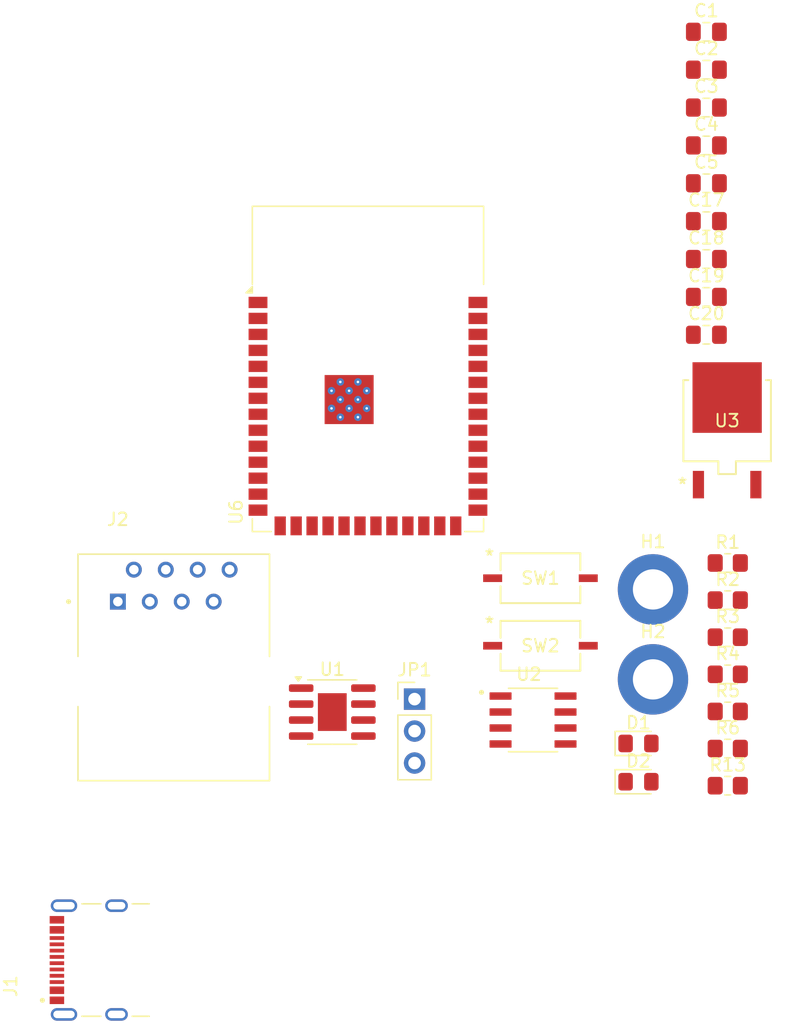
<source format=kicad_pcb>
(kicad_pcb (version 20240108) (generator "pcbnew") (generator_version "8.0")
  (layers (0 "F.Cu" signal) (1 "In1.Cu" signal) (2 "In2.Cu" signal) (31 "B.Cu" signal) (34 "B.Paste" user) (35 "F.Paste" user) (36 "B.SilkS" user "B.Silkscreen") (37 "F.SilkS" user "F.Silkscreen") (38 "B.Mask" user) (39 "F.Mask" user) (44 "Edge.Cuts" user))
  (net 0 "")
  (net 1 "GND")
  (net 2 "EN_PB")
  (net 3 "GPIO_0")
  (net 4 "+3.3V")
  (net 5 "Net-(JP1-C)")
  (net 6 "Net-(C20-Pad2)")
  (net 7 "Net-(D1-A)")
  (net 8 "Net-(D2-A)")
  (net 9 "+5V")
  (net 10 "USB_N")
  (net 11 "USB_P")
  (net 13 "Net-(J1-CC2)")
  (net 14 "Net-(J1-CC1)")
  (net 16 "CANH")
  (net 20 "+24V_Logic")
  (net 22 "CANL")
  (net 23 "LED_BUILDIN")
  (net 26 "RXC")
  (net 27 "TXC")
  (net 32 "ENC_QUAD_B")
  (net 33 "J2_IN_2")
  (net 35 "LED_G")
  (net 37 "J2_EN_1")
  (net 39 "ENC_QUAD_A")
  (net 50 "LED_B")
  (net 53 "J2_IN_1")
  (net 55 "LED_R")
  (net 56 "J2_EN_2")
  (footprint "Capacitor_SMD:C_0805_2012Metric_Pad1.18x1.45mm_HandSolder" (layer "F.Cu") (at 69.3 30.11)
    (property "Reference" "C4" (at 0 -1.68 0) (layer "F.SilkS"))
    (property "Value" "100nF")
    (fp_line (start -0.261252 -0.735) (end 0.261252 -0.735) (stroke (width 0.12)) (layer "F.SilkS"))
    (fp_line (start -0.261252 0.735) (end 0.261252 0.735) (stroke (width 0.12)) (layer "F.SilkS"))
    (pad "1" smd roundrect (at -1.0375 0) (size 1.175 1.45) (layers "F.Cu" "F.Paste" "F.Mask") (roundrect_rratio 0.212766) (net 4 "+3.3V"))
    (pad "2" smd roundrect (at 1.0375 0) (size 1.175 1.45) (layers "F.Cu" "F.Paste" "F.Mask") (roundrect_rratio 0.212766) (net 1 "GND"))
  )
  (footprint "RF_Module:ESP32-S3-WROOM-1" (layer "F.Cu") (at 42.37 47.85)
    (property "Reference" "U6" (at -10.5 11.4 90) (layer "F.SilkS"))
    (property "Value" "ESP32-S3-WROOM-1")
    (fp_line (start -9.2 -12.9) (end -9.2 -6.7) (stroke (width 0.12)) (layer "F.SilkS"))
    (fp_line (start -9.2 -12.9) (end 9.2 -12.9) (stroke (width 0.12)) (layer "F.SilkS"))
    (fp_line (start -9.2 11.95) (end -9.2 12.95) (stroke (width 0.12)) (layer "F.SilkS"))
    (fp_line (start -9.2 12.95) (end -7.7 12.95) (stroke (width 0.12)) (layer "F.SilkS"))
    (fp_line (start 9.2 -12.9) (end 9.2 -6.7) (stroke (width 0.12)) (layer "F.SilkS"))
    (fp_line (start 9.2 12.95) (end 7.7 12.95) (stroke (width 0.12)) (layer "F.SilkS"))
    (fp_line (start 9.2 12.95) (end 9.2 11.95) (stroke (width 0.12)) (layer "F.SilkS"))
    (fp_poly (pts (xy -9.2 -6.025) (xy -9.7 -6.025) (xy -9.2 -6.525) (xy -9.2 -6.025)) (stroke (width 0.12)) (fill solid) (layer "F.SilkS"))
    (pad "1" smd rect (at -8.75 -5.26) (size 1.5 0.9) (layers "F.Cu" "F.Paste" "F.Mask") (net 1 "GND"))
    (pad "2" smd rect (at -8.75 -3.99) (size 1.5 0.9) (layers "F.Cu" "F.Paste" "F.Mask") (net 4 "+3.3V"))
    (pad "3" smd rect (at -8.75 -2.72) (size 1.5 0.9) (layers "F.Cu" "F.Paste" "F.Mask") (net 2 "EN_PB"))
    (pad "4" smd rect (at -8.75 -1.45) (size 1.5 0.9) (layers "F.Cu" "F.Paste" "F.Mask"))
    (pad "5" smd rect (at -8.75 -0.18) (size 1.5 0.9) (layers "F.Cu" "F.Paste" "F.Mask"))
    (pad "6" smd rect (at -8.75 1.09) (size 1.5 0.9) (layers "F.Cu" "F.Paste" "F.Mask"))
    (pad "7" smd rect (at -8.75 2.36) (size 1.5 0.9) (layers "F.Cu" "F.Paste" "F.Mask"))
    (pad "8" smd rect (at -8.75 3.63) (size 1.5 0.9) (layers "F.Cu" "F.Paste" "F.Mask"))
    (pad "9" smd rect (at -8.75 4.9) (size 1.5 0.9) (layers "F.Cu" "F.Paste" "F.Mask") (net 56 "J2_EN_2"))
    (pad "10" smd rect (at -8.75 6.17) (size 1.5 0.9) (layers "F.Cu" "F.Paste" "F.Mask") (net 32 "ENC_QUAD_B"))
    (pad "11" smd rect (at -8.75 7.44) (size 1.5 0.9) (layers "F.Cu" "F.Paste" "F.Mask") (net 39 "ENC_QUAD_A"))
    (pad "12" smd rect (at -8.75 8.71) (size 1.5 0.9) (layers "F.Cu" "F.Paste" "F.Mask") (net 37 "J2_EN_1"))
    (pad "13" smd rect (at -8.75 9.98) (size 1.5 0.9) (layers "F.Cu" "F.Paste" "F.Mask") (net 10 "USB_N"))
    (pad "14" smd rect (at -8.75 11.25 180) (size 1.5 0.9) (layers "F.Cu" "F.Paste" "F.Mask") (net 11 "USB_P"))
    (pad "15" smd rect (at -6.985 12.5 270) (size 1.5 0.9) (layers "F.Cu" "F.Paste" "F.Mask") (net 55 "LED_R"))
    (pad "16" smd rect (at -5.715 12.5 270) (size 1.5 0.9) (layers "F.Cu" "F.Paste" "F.Mask"))
    (pad "17" smd rect (at -4.445 12.5 270) (size 1.5 0.9) (layers "F.Cu" "F.Paste" "F.Mask") (net 35 "LED_G"))
    (pad "18" smd rect (at -3.175 12.5 270) (size 1.5 0.9) (layers "F.Cu" "F.Paste" "F.Mask") (net 50 "LED_B"))
    (pad "19" smd rect (at -1.905 12.5 270) (size 1.5 0.9) (layers "F.Cu" "F.Paste" "F.Mask"))
    (pad "20" smd rect (at -0.635 12.5 270) (size 1.5 0.9) (layers "F.Cu" "F.Paste" "F.Mask"))
    (pad "21" smd rect (at 0.635 12.5 270) (size 1.5 0.9) (layers "F.Cu" "F.Paste" "F.Mask"))
    (pad "22" smd rect (at 1.905 12.5 270) (size 1.5 0.9) (layers "F.Cu" "F.Paste" "F.Mask"))
    (pad "23" smd rect (at 3.175 12.5 270) (size 1.5 0.9) (layers "F.Cu" "F.Paste" "F.Mask") (net 53 "J2_IN_1"))
    (pad "24" smd rect (at 4.445 12.5 270) (size 1.5 0.9) (layers "F.Cu" "F.Paste" "F.Mask") (net 26 "RXC"))
    (pad "25" smd rect (at 5.715 12.5 270) (size 1.5 0.9) (layers "F.Cu" "F.Paste" "F.Mask") (net 27 "TXC"))
    (pad "26" smd rect (at 6.985 12.5 270) (size 1.5 0.9) (layers "F.Cu" "F.Paste" "F.Mask"))
    (pad "27" smd rect (at 8.75 11.25) (size 1.5 0.9) (layers "F.Cu" "F.Paste" "F.Mask") (net 3 "GPIO_0"))
    (pad "28" smd rect (at 8.75 9.98) (size 1.5 0.9) (layers "F.Cu" "F.Paste" "F.Mask"))
    (pad "29" smd rect (at 8.75 8.71) (size 1.5 0.9) (layers "F.Cu" "F.Paste" "F.Mask"))
    (pad "30" smd rect (at 8.75 7.44) (size 1.5 0.9) (layers "F.Cu" "F.Paste" "F.Mask"))
    (pad "31" smd rect (at 8.75 6.17) (size 1.5 0.9) (layers "F.Cu" "F.Paste" "F.Mask") (net 33 "J2_IN_2"))
    (pad "32" smd rect (at 8.75 4.9) (size 1.5 0.9) (layers "F.Cu" "F.Paste" "F.Mask"))
    (pad "33" smd rect (at 8.75 3.63) (size 1.5 0.9) (layers "F.Cu" "F.Paste" "F.Mask"))
    (pad "34" smd rect (at 8.75 2.36) (size 1.5 0.9) (layers "F.Cu" "F.Paste" "F.Mask"))
    (pad "35" smd rect (at 8.75 1.09) (size 1.5 0.9) (layers "F.Cu" "F.Paste" "F.Mask"))
    (pad "36" smd rect (at 8.75 -0.18) (size 1.5 0.9) (layers "F.Cu" "F.Paste" "F.Mask"))
    (pad "37" smd rect (at 8.75 -1.45) (size 1.5 0.9) (layers "F.Cu" "F.Paste" "F.Mask"))
    (pad "38" smd rect (at 8.75 -2.72) (size 1.5 0.9) (layers "F.Cu" "F.Paste" "F.Mask") (net 23 "LED_BUILDIN"))
    (pad "39" smd rect (at 8.75 -3.99) (size 1.5 0.9) (layers "F.Cu" "F.Paste" "F.Mask"))
    (pad "40" smd rect (at 8.75 -5.26) (size 1.5 0.9) (layers "F.Cu" "F.Paste" "F.Mask") (net 1 "GND"))
    (pad "41" thru_hole circle (at -2.9 1.76 90) (size 0.6 0.6) (drill 0.2) (property pad_prop_heatsink) (layers "*.Cu" "F.Mask") (net 1 "GND"))
    (pad "41" thru_hole circle (at -2.9 3.16) (size 0.6 0.6) (drill 0.2) (property pad_prop_heatsink) (layers "*.Cu" "F.Mask") (net 1 "GND"))
    (pad "41" thru_hole circle (at -2.2 1.06) (size 0.6 0.6) (drill 0.2) (property pad_prop_heatsink) (layers "*.Cu" "F.Mask") (net 1 "GND"))
    (pad "41" thru_hole circle (at -2.2 2.46) (size 0.6 0.6) (drill 0.2) (property pad_prop_heatsink) (layers "*.Cu" "F.Mask") (net 1 "GND"))
    (pad "41" thru_hole circle (at -2.2 3.86) (size 0.6 0.6) (drill 0.2) (property pad_prop_heatsink) (layers "*.Cu" "F.Mask") (net 1 "GND"))
    (pad "41" thru_hole circle (at -1.5 1.76) (size 0.6 0.6) (drill 0.2) (property pad_prop_heatsink) (layers "*.Cu" "F.Mask") (net 1 "GND"))
    (pad "41" smd rect (at -1.5 2.46 270) (size 3.9 3.9) (layers "F.Cu" "F.Mask") (net 1 "GND"))
    (pad "41" thru_hole circle (at -1.5 3.16) (size 0.6 0.6) (drill 0.2) (property pad_prop_heatsink) (layers "*.Cu" "F.Mask") (net 1 "GND"))
    (pad "41" thru_hole circle (at -0.8 1.06) (size 0.6 0.6) (drill 0.2) (property pad_prop_heatsink) (layers "*.Cu" "F.Mask") (net 1 "GND"))
    (pad "41" thru_hole circle (at -0.8 2.46) (size 0.6 0.6) (drill 0.2) (property pad_prop_heatsink) (layers "*.Cu" "F.Mask") (net 1 "GND"))
    (pad "41" thru_hole circle (at -0.8 3.86) (size 0.6 0.6) (drill 0.2) (property pad_prop_heatsink) (layers "*.Cu" "F.Mask") (net 1 "GND"))
    (pad "41" thru_hole circle (at -0.1 1.76) (size 0.6 0.6) (drill 0.2) (property pad_prop_heatsink) (layers "*.Cu" "F.Mask") (net 1 "GND"))
    (pad "41" thru_hole circle (at -0.1 3.16) (size 0.6 0.6) (drill 0.2) (property pad_prop_heatsink) (layers "*.Cu" "F.Mask") (net 1 "GND"))
  )
  (footprint "Resistor_SMD:R_0805_2012Metric_Pad1.20x1.40mm_HandSolder" (layer "F.Cu") (at 71 75.1)
    (property "Reference" "R5" (at 0 -1.65 0) (layer "F.SilkS"))
    (property "Value" "5.1k")
    (fp_line (start -0.227064 -0.735) (end 0.227064 -0.735) (stroke (width 0.12)) (layer "F.SilkS"))
    (fp_line (start -0.227064 0.735) (end 0.227064 0.735) (stroke (width 0.12)) (layer "F.SilkS"))
    (pad "1" smd roundrect (at -1 0) (size 1.2 1.4) (layers "F.Cu" "F.Paste" "F.Mask") (roundrect_rratio 0.208333) (net 1 "GND"))
    (pad "2" smd roundrect (at 1 0) (size 1.2 1.4) (layers "F.Cu" "F.Paste" "F.Mask") (roundrect_rratio 0.208333) (net 14 "Net-(J1-CC1)"))
  )
  (footprint "MountingHole:MountingHole_3.2mm_M3_DIN965_Pad_TopBottom" (layer "F.Cu") (at 65.05 65.4)
    (property "Reference" "H1" (at 0 -3.8 0) (layer "F.SilkS"))
    (property "Value" "MountingHole_Pad")
    (pad "1" thru_hole circle (at 0 0) (size 3.6 3.6) (drill 3.2) (layers "*.Cu" "*.Mask") (net 1 "GND"))
    (pad "1" connect circle (at 0 0) (size 5.6 5.6) (layers "F.Cu" "F.Mask") (net 1 "GND"))
    (pad "1" connect circle (at 0 0) (size 5.6 5.6) (layers "B.Cu" "B.Mask") (net 1 "GND"))
  )
  (footprint "Resistor_SMD:R_0805_2012Metric_Pad1.20x1.40mm_HandSolder" (layer "F.Cu") (at 71 66.25)
    (property "Reference" "R2" (at 0 -1.65 0) (layer "F.SilkS"))
    (property "Value" "1k")
    (fp_line (start -0.227064 -0.735) (end 0.227064 -0.735) (stroke (width 0.12)) (layer "F.SilkS"))
    (fp_line (start -0.227064 0.735) (end 0.227064 0.735) (stroke (width 0.12)) (layer "F.SilkS"))
    (pad "1" smd roundrect (at -1 0) (size 1.2 1.4) (layers "F.Cu" "F.Paste" "F.Mask") (roundrect_rratio 0.208333) (net 8 "Net-(D2-A)"))
    (pad "2" smd roundrect (at 1 0) (size 1.2 1.4) (layers "F.Cu" "F.Paste" "F.Mask") (roundrect_rratio 0.208333) (net 4 "+3.3V"))
  )
  (footprint "Capacitor_SMD:C_0805_2012Metric_Pad1.18x1.45mm_HandSolder" (layer "F.Cu") (at 69.3 21.08)
    (property "Reference" "C1" (at 0 -1.68 0) (layer "F.SilkS"))
    (property "Value" "100nF")
    (fp_line (start -0.261252 -0.735) (end 0.261252 -0.735) (stroke (width 0.12)) (layer "F.SilkS"))
    (fp_line (start -0.261252 0.735) (end 0.261252 0.735) (stroke (width 0.12)) (layer "F.SilkS"))
    (pad "1" smd roundrect (at -1.0375 0) (size 1.175 1.45) (layers "F.Cu" "F.Paste" "F.Mask") (roundrect_rratio 0.212766) (net 1 "GND"))
    (pad "2" smd roundrect (at 1.0375 0) (size 1.175 1.45) (layers "F.Cu" "F.Paste" "F.Mask") (roundrect_rratio 0.212766) (net 2 "EN_PB"))
  )
  (footprint "Resistor_SMD:R_0805_2012Metric_Pad1.20x1.40mm_HandSolder" (layer "F.Cu") (at 71 69.2)
    (property "Reference" "R3" (at 0 -1.65 0) (layer "F.SilkS"))
    (property "Value" "60")
    (fp_line (start -0.227064 -0.735) (end 0.227064 -0.735) (stroke (width 0.12)) (layer "F.SilkS"))
    (fp_line (start -0.227064 0.735) (end 0.227064 0.735) (stroke (width 0.12)) (layer "F.SilkS"))
    (pad "1" smd roundrect (at -1 0) (size 1.2 1.4) (layers "F.Cu" "F.Paste" "F.Mask") (roundrect_rratio 0.208333) (net 6 "Net-(C20-Pad2)"))
    (pad "2" smd roundrect (at 1 0) (size 1.2 1.4) (layers "F.Cu" "F.Paste" "F.Mask") (roundrect_rratio 0.208333) (net 16 "CANH"))
  )
  (footprint "MountingHole:MountingHole_3.2mm_M3_DIN965_Pad_TopBottom" (layer "F.Cu") (at 65.05 72.55)
    (property "Reference" "H2" (at 0 -3.8 0) (layer "F.SilkS"))
    (property "Value" "MountingHole_Pad")
    (pad "1" thru_hole circle (at 0 0) (size 3.6 3.6) (drill 3.2) (layers "*.Cu" "*.Mask") (net 1 "GND"))
    (pad "1" connect circle (at 0 0) (size 5.6 5.6) (layers "F.Cu" "F.Mask") (net 1 "GND"))
    (pad "1" connect circle (at 0 0) (size 5.6 5.6) (layers "B.Cu" "B.Mask") (net 1 "GND"))
  )
  (footprint "TS09_63_25_WT_160_SMT_TR:SW_TS09-63-25_CUD" (layer "F.Cu") (at 56.0945 69.8782)
    (property "Reference" "SW2" (at 0 0 0) (layer "F.SilkS"))
    (property "Value" "TS09-63-25-WT-160-SMT-TR")
    (fp_line (start -3.175 -1.9812) (end -3.175 -0.63754) (stroke (width 0.1524)) (layer "F.SilkS"))
    (fp_line (start -3.175 0.63754) (end -3.175 1.9812) (stroke (width 0.1524)) (layer "F.SilkS"))
    (fp_line (start -3.175 1.9812) (end 3.175 1.9812) (stroke (width 0.1524)) (layer "F.SilkS"))
    (fp_line (start 3.175 -1.9812) (end -3.175 -1.9812) (stroke (width 0.1524)) (layer "F.SilkS"))
    (fp_line (start 3.175 -0.63754) (end 3.175 -1.9812) (stroke (width 0.1524)) (layer "F.SilkS"))
    (fp_line (start 3.175 1.9812) (end 3.175 0.63754) (stroke (width 0.1524)) (layer "F.SilkS"))
    (fp_text user "*" (at -4.05765 -1.7526 0) (layer "F.SilkS"))
    (fp_text user "*" (at -4.05765 -1.7526 0) (layer "F.SilkS"))
    (pad "1" smd rect (at -3.80365 0) (size 1.5113 0.6096) (layers "F.Cu" "F.Paste" "F.Mask") (net 1 "GND"))
    (pad "2" smd rect (at 3.80365 0) (size 1.5113 0.6096) (layers "F.Cu" "F.Paste" "F.Mask") (net 3 "GPIO_0"))
  )
  (footprint "Resistor_SMD:R_0805_2012Metric_Pad1.20x1.40mm_HandSolder" (layer "F.Cu") (at 71 63.3)
    (property "Reference" "R1" (at 0 -1.65 0) (layer "F.SilkS"))
    (property "Value" "1k")
    (fp_line (start -0.227064 -0.735) (end 0.227064 -0.735) (stroke (width 0.12)) (layer "F.SilkS"))
    (fp_line (start -0.227064 0.735) (end 0.227064 0.735) (stroke (width 0.12)) (layer "F.SilkS"))
    (pad "1" smd roundrect (at -1 0) (size 1.2 1.4) (layers "F.Cu" "F.Paste" "F.Mask") (roundrect_rratio 0.208333) (net 7 "Net-(D1-A)"))
    (pad "2" smd roundrect (at 1 0) (size 1.2 1.4) (layers "F.Cu" "F.Paste" "F.Mask") (roundrect_rratio 0.208333) (net 23 "LED_BUILDIN"))
  )
  (footprint "Resistor_SMD:R_0805_2012Metric_Pad1.20x1.40mm_HandSolder" (layer "F.Cu") (at 71 81)
    (property "Reference" "R13" (at 0 -1.65 0) (layer "F.SilkS"))
    (property "Value" "10k")
    (fp_line (start -0.227064 -0.735) (end 0.227064 -0.735) (stroke (width 0.12)) (layer "F.SilkS"))
    (fp_line (start -0.227064 0.735) (end 0.227064 0.735) (stroke (width 0.12)) (layer "F.SilkS"))
    (pad "1" smd roundrect (at -1 0) (size 1.2 1.4) (layers "F.Cu" "F.Paste" "F.Mask") (roundrect_rratio 0.208333) (net 4 "+3.3V"))
    (pad "2" smd roundrect (at 1 0) (size 1.2 1.4) (layers "F.Cu" "F.Paste" "F.Mask") (roundrect_rratio 0.208333) (net 2 "EN_PB"))
  )
  (footprint "Package_SO:SOIC-8-1EP_3.9x4.9mm_P1.27mm_EP2.29x3mm" (layer "F.Cu") (at 39.53 75.15)
    (property "Reference" "U1" (at 0 -3.4 0) (layer "F.SilkS"))
    (property "Value" "~")
    (fp_line (start 0 -2.56) (end -1.95 -2.56) (stroke (width 0.12)) (layer "F.SilkS"))
    (fp_line (start 0 -2.56) (end 1.95 -2.56) (stroke (width 0.12)) (layer "F.SilkS"))
    (fp_line (start 0 2.56) (end -1.95 2.56) (stroke (width 0.12)) (layer "F.SilkS"))
    (fp_line (start 0 2.56) (end 1.95 2.56) (stroke (width 0.12)) (layer "F.SilkS"))
    (fp_poly (pts (xy -2.7 -2.465) (xy -2.94 -2.795) (xy -2.46 -2.795) (xy -2.7 -2.465)) (stroke (width 0.12)) (fill solid) (layer "F.SilkS"))
    (pad "1" smd roundrect (at -2.475 -1.905) (size 1.95 0.6) (layers "F.Cu" "F.Paste" "F.Mask") (net 9 "+5V"))
    (pad "2" smd roundrect (at -2.475 -0.635) (size 1.95 0.6) (layers "F.Cu" "F.Paste" "F.Mask") (net 11 "USB_P"))
    (pad "3" smd roundrect (at -2.475 0.635) (size 1.95 0.6) (layers "F.Cu" "F.Paste" "F.Mask") (net 10 "USB_N"))
    (pad "4" smd roundrect (at -2.475 1.905) (size 1.95 0.6) (layers "F.Cu" "F.Paste" "F.Mask"))
    (pad "5" smd roundrect (at 2.475 1.905) (size 1.95 0.6) (layers "F.Cu" "F.Paste" "F.Mask") (net 1 "GND"))
    (pad "6" smd roundrect (at 2.475 0.635) (size 1.95 0.6) (layers "F.Cu" "F.Paste" "F.Mask") (net 1 "GND"))
    (pad "7" smd roundrect (at 2.475 -0.635) (size 1.95 0.6) (layers "F.Cu" "F.Paste" "F.Mask") (net 1 "GND"))
    (pad "8" smd roundrect (at 2.475 -1.905) (size 1.95 0.6) (layers "F.Cu" "F.Paste" "F.Mask") (net 1 "GND"))
    (pad "9" smd rect (at 0 0) (size 2.29 3) (property pad_prop_heatsink) (layers "F.Cu" "F.Mask"))
  )
  (footprint "Capacitor_SMD:C_0805_2012Metric_Pad1.18x1.45mm_HandSolder" (layer "F.Cu") (at 69.3 39.14)
    (property "Reference" "C18" (at 0 -1.68 0) (layer "F.SilkS"))
    (property "Value" "100nF")
    (fp_line (start -0.261252 -0.735) (end 0.261252 -0.735) (stroke (width 0.12)) (layer "F.SilkS"))
    (fp_line (start -0.261252 0.735) (end 0.261252 0.735) (stroke (width 0.12)) (layer "F.SilkS"))
    (pad "1" smd roundrect (at -1.0375 0) (size 1.175 1.45) (layers "F.Cu" "F.Paste" "F.Mask") (roundrect_rratio 0.212766) (net 4 "+3.3V"))
    (pad "2" smd roundrect (at 1.0375 0) (size 1.175 1.45) (layers "F.Cu" "F.Paste" "F.Mask") (roundrect_rratio 0.212766) (net 1 "GND"))
  )
  (footprint "Resistor_SMD:R_0805_2012Metric_Pad1.20x1.40mm_HandSolder" (layer "F.Cu") (at 71 78.05)
    (property "Reference" "R6" (at 0 -1.65 0) (layer "F.SilkS"))
    (property "Value" "5.1k")
    (fp_line (start -0.227064 -0.735) (end 0.227064 -0.735) (stroke (width 0.12)) (layer "F.SilkS"))
    (fp_line (start -0.227064 0.735) (end 0.227064 0.735) (stroke (width 0.12)) (layer "F.SilkS"))
    (pad "1" smd roundrect (at -1 0) (size 1.2 1.4) (layers "F.Cu" "F.Paste" "F.Mask") (roundrect_rratio 0.208333) (net 1 "GND"))
    (pad "2" smd roundrect (at 1 0) (size 1.2 1.4) (layers "F.Cu" "F.Paste" "F.Mask") (roundrect_rratio 0.208333) (net 13 "Net-(J1-CC2)"))
  )
  (footprint "LDO_AZ1117ID-3.3TRG1:TO252-2_AZ1117ID-3.3TRG1_DIO-L" (layer "F.Cu") (at 70.951 51.991)
    (property "Reference" "U3" (at 0 0 0) (layer "F.SilkS"))
    (property "Value" "LD1086DT33TR")
    (fp_line (start -3.4798 -3.2258) (end -3.4798 3.2258) (stroke (width 0.1524)) (layer "F.SilkS"))
    (fp_line (start -3.4798 3.2258) (end -0.6985 3.2258) (stroke (width 0.1524)) (layer "F.SilkS"))
    (fp_line (start -3.08864 -3.2258) (end -3.4798 -3.2258) (stroke (width 0.1524)) (layer "F.SilkS"))
    (fp_line (start -0.6985 3.2258) (end -0.6985 4.2418) (stroke (width 0.1524)) (layer "F.SilkS"))
    (fp_line (start -0.6985 4.2418) (end 0.6985 4.2418) (stroke (width 0.1524)) (layer "F.SilkS"))
    (fp_line (start 0.6985 3.2258) (end 3.4798 3.2258) (stroke (width 0.1524)) (layer "F.SilkS"))
    (fp_line (start 0.6985 4.2418) (end 0.6985 3.2258) (stroke (width 0.1524)) (layer "F.SilkS"))
    (fp_line (start 3.4798 -3.2258) (end 3.08864 -3.2258) (stroke (width 0.1524)) (layer "F.SilkS"))
    (fp_line (start 3.4798 3.2258) (end 3.4798 -3.2258) (stroke (width 0.1524)) (layer "F.SilkS"))
    (fp_text user "*" (at -3.556 5.08 0) (layer "F.SilkS"))
    (fp_text user "*" (at -3.556 5.08 0) (layer "F.SilkS"))
    (pad "1" smd rect (at -2.286 5.08) (size 0.889 2.1844) (layers "F.Cu" "F.Paste" "F.Mask") (net 1 "GND"))
    (pad "2" smd rect (at 0 -1.8415) (size 5.5118 5.6134) (layers "F.Cu" "F.Paste" "F.Mask") (net 4 "+3.3V"))
    (pad "3" smd rect (at 2.286 5.08) (size 0.889 2.1844) (layers "F.Cu" "F.Paste" "F.Mask") (net 5 "Net-(JP1-C)"))
  )
  (footprint "Capacitor_SMD:C_0805_2012Metric_Pad1.18x1.45mm_HandSolder" (layer "F.Cu") (at 69.3 27.1)
    (property "Reference" "C3" (at 0 -1.68 0) (layer "F.SilkS"))
    (property "Value" "10uF")
    (fp_line (start -0.261252 -0.735) (end 0.261252 -0.735) (stroke (width 0.12)) (layer "F.SilkS"))
    (fp_line (start -0.261252 0.735) (end 0.261252 0.735) (stroke (width 0.12)) (layer "F.SilkS"))
    (pad "1" smd roundrect (at -1.0375 0) (size 1.175 1.45) (layers "F.Cu" "F.Paste" "F.Mask") (roundrect_rratio 0.212766) (net 4 "+3.3V"))
    (pad "2" smd roundrect (at 1.0375 0) (size 1.175 1.45) (layers "F.Cu" "F.Paste" "F.Mask") (roundrect_rratio 0.212766) (net 1 "GND"))
  )
  (footprint "54601-908WPLF:AMPHENOL_54601-908WPLF" (layer "F.Cu") (at 26.915 72.72)
    (property "Reference" "J2" (at -4.445 -12.885 0) (layer "F.SilkS"))
    (property "Value" "RJ45")
    (fp_line (start -7.62 -10.12) (end -7.62 -1.995) (stroke (width 0.127)) (layer "F.SilkS"))
    (fp_line (start -7.62 7.88) (end -7.62 1.995) (stroke (width 0.127)) (layer "F.SilkS"))
    (fp_line (start -7.62 7.88) (end 7.62 7.88) (stroke (width 0.127)) (layer "F.SilkS"))
    (fp_line (start 7.62 -10.12) (end -7.62 -10.12) (stroke (width 0.127)) (layer "F.SilkS"))
    (fp_line (start 7.62 -1.995) (end 7.62 -10.12) (stroke (width 0.127)) (layer "F.SilkS"))
    (fp_line (start 7.62 7.88) (end 7.62 1.995) (stroke (width 0.127)) (layer "F.SilkS"))
    (fp_circle (center -8.37 -6.35) (end -8.27 -6.35) (stroke (width 0.2)) (fill none) (layer "F.SilkS"))
    (pad "" np_thru_hole circle (at -5.716 0) (size 3.35 3.35) (drill 3.35) (layers "*.Cu" "*.Mask"))
    (pad "" np_thru_hole circle (at 5.716 0) (size 3.35 3.35) (drill 3.35) (layers "*.Cu" "*.Mask"))
    (pad "1" thru_hole rect (at -4.445 -6.35) (size 1.268 1.268) (drill 0.76) (layers "*.Cu" "*.Mask") (net 16 "CANH"))
    (pad "2" thru_hole circle (at -3.175 -8.89) (size 1.268 1.268) (drill 0.76) (layers "*.Cu" "*.Mask") (net 22 "CANL"))
    (pad "3" thru_hole circle (at -1.905 -6.35) (size 1.268 1.268) (drill 0.76) (layers "*.Cu" "*.Mask"))
    (pad "4" thru_hole circle (at -0.635 -8.89) (size 1.268 1.268) (drill 0.76) (layers "*.Cu" "*.Mask"))
    (pad "5" thru_hole circle (at 0.635 -6.35) (size 1.268 1.268) (drill 0.76) (layers "*.Cu" "*.Mask"))
    (pad "6" thru_hole circle (at 1.905 -8.89) (size 1.268 1.268) (drill 0.76) (layers "*.Cu" "*.Mask"))
    (pad "7" thru_hole circle (at 3.175 -6.35) (size 1.268 1.268) (drill 0.76) (layers "*.Cu" "*.Mask") (net 20 "+24V_Logic"))
    (pad "8" thru_hole circle (at 4.445 -8.89) (size 1.268 1.268) (drill 0.76) (layers "*.Cu" "*.Mask") (net 1 "GND"))
  )
  (footprint "Capacitor_SMD:C_0805_2012Metric_Pad1.18x1.45mm_HandSolder" (layer "F.Cu") (at 69.3 24.09)
    (property "Reference" "C2" (at 0 -1.68 0) (layer "F.SilkS"))
    (property "Value" "100nF")
    (fp_line (start -0.261252 -0.735) (end 0.261252 -0.735) (stroke (width 0.12)) (layer "F.SilkS"))
    (fp_line (start -0.261252 0.735) (end 0.261252 0.735) (stroke (width 0.12)) (layer "F.SilkS"))
    (pad "1" smd roundrect (at -1.0375 0) (size 1.175 1.45) (layers "F.Cu" "F.Paste" "F.Mask") (roundrect_rratio 0.212766) (net 1 "GND"))
    (pad "2" smd roundrect (at 1.0375 0) (size 1.175 1.45) (layers "F.Cu" "F.Paste" "F.Mask") (roundrect_rratio 0.212766) (net 3 "GPIO_0"))
  )
  (footprint "Capacitor_SMD:C_0805_2012Metric_Pad1.18x1.45mm_HandSolder" (layer "F.Cu") (at 69.3 42.15)
    (property "Reference" "C19" (at 0 -1.68 0) (layer "F.SilkS"))
    (property "Value" "1uF")
    (fp_line (start -0.261252 -0.735) (end 0.261252 -0.735) (stroke (width 0.12)) (layer "F.SilkS"))
    (fp_line (start -0.261252 0.735) (end 0.261252 0.735) (stroke (width 0.12)) (layer "F.SilkS"))
    (pad "1" smd roundrect (at -1.0375 0) (size 1.175 1.45) (layers "F.Cu" "F.Paste" "F.Mask") (roundrect_rratio 0.212766) (net 2 "EN_PB"))
    (pad "2" smd roundrect (at 1.0375 0) (size 1.175 1.45) (layers "F.Cu" "F.Paste" "F.Mask") (roundrect_rratio 0.212766) (net 1 "GND"))
  )
  (footprint "Capacitor_SMD:C_0805_2012Metric_Pad1.18x1.45mm_HandSolder" (layer "F.Cu") (at 69.3 33.12)
    (property "Reference" "C5" (at 0 -1.68 0) (layer "F.SilkS"))
    (property "Value" "10uF")
    (fp_line (start -0.261252 -0.735) (end 0.261252 -0.735) (stroke (width 0.12)) (layer "F.SilkS"))
    (fp_line (start -0.261252 0.735) (end 0.261252 0.735) (stroke (width 0.12)) (layer "F.SilkS"))
    (pad "1" smd roundrect (at -1.0375 0) (size 1.175 1.45) (layers "F.Cu" "F.Paste" "F.Mask") (roundrect_rratio 0.212766) (net 5 "Net-(JP1-C)"))
    (pad "2" smd roundrect (at 1.0375 0) (size 1.175 1.45) (layers "F.Cu" "F.Paste" "F.Mask") (roundrect_rratio 0.212766) (net 1 "GND"))
  )
  (footprint "Resistor_SMD:R_0805_2012Metric_Pad1.20x1.40mm_HandSolder" (layer "F.Cu") (at 71 72.15)
    (property "Reference" "R4" (at 0 -1.65 0) (layer "F.SilkS"))
    (property "Value" "60")
    (fp_line (start -0.227064 -0.735) (end 0.227064 -0.735) (stroke (width 0.12)) (layer "F.SilkS"))
    (fp_line (start -0.227064 0.735) (end 0.227064 0.735) (stroke (width 0.12)) (layer "F.SilkS"))
    (pad "1" smd roundrect (at -1 0) (size 1.2 1.4) (layers "F.Cu" "F.Paste" "F.Mask") (roundrect_rratio 0.208333) (net 22 "CANL"))
    (pad "2" smd roundrect (at 1 0) (size 1.2 1.4) (layers "F.Cu" "F.Paste" "F.Mask") (roundrect_rratio 0.208333) (net 6 "Net-(C20-Pad2)"))
  )
  (footprint "TS09_63_25_WT_160_SMT_TR:SW_TS09-63-25_CUD" (layer "F.Cu") (at 56.0945 64.5094)
    (property "Reference" "SW1" (at 0 0 0) (layer "F.SilkS"))
    (property "Value" "TS09-63-25-WT-160-SMT-TR")
    (fp_line (start -3.175 -1.9812) (end -3.175 -0.63754) (stroke (width 0.1524)) (layer "F.SilkS"))
    (fp_line (start -3.175 0.63754) (end -3.175 1.9812) (stroke (width 0.1524)) (layer "F.SilkS"))
    (fp_line (start -3.175 1.9812) (end 3.175 1.9812) (stroke (width 0.1524)) (layer "F.SilkS"))
    (fp_line (start 3.175 -1.9812) (end -3.175 -1.9812) (stroke (width 0.1524)) (layer "F.SilkS"))
    (fp_line (start 3.175 -0.63754) (end 3.175 -1.9812) (stroke (width 0.1524)) (layer "F.SilkS"))
    (fp_line (start 3.175 1.9812) (end 3.175 0.63754) (stroke (width 0.1524)) (layer "F.SilkS"))
    (fp_text user "*" (at -4.05765 -1.7526 0) (layer "F.SilkS"))
    (fp_text user "*" (at -4.05765 -1.7526 0) (layer "F.SilkS"))
    (pad "1" smd rect (at -3.80365 0) (size 1.5113 0.6096) (layers "F.Cu" "F.Paste" "F.Mask") (net 1 "GND"))
    (pad "2" smd rect (at 3.80365 0) (size 1.5113 0.6096) (layers "F.Cu" "F.Paste" "F.Mask") (net 2 "EN_PB"))
  )
  (footprint "Capacitor_SMD:C_0805_2012Metric_Pad1.18x1.45mm_HandSolder" (layer "F.Cu") (at 69.3 45.16)
    (property "Reference" "C20" (at 0 -1.68 0) (layer "F.SilkS"))
    (property "Value" "47nF")
    (fp_line (start -0.261252 -0.735) (end 0.261252 -0.735) (stroke (width 0.12)) (layer "F.SilkS"))
    (fp_line (start -0.261252 0.735) (end 0.261252 0.735) (stroke (width 0.12)) (layer "F.SilkS"))
    (pad "1" smd roundrect (at -1.0375 0) (size 1.175 1.45) (layers "F.Cu" "F.Paste" "F.Mask") (roundrect_rratio 0.212766) (net 1 "GND"))
    (pad "2" smd roundrect (at 1.0375 0) (size 1.175 1.45) (layers "F.Cu" "F.Paste" "F.Mask") (roundrect_rratio 0.212766) (net 6 "Net-(C20-Pad2)"))
  )
  (footprint "UJ20-C-H-G-SMT-1-P16-TR:SAMESKY_UJ20-C-H-G-SMT-1-P16-TR" (layer "F.Cu") (at 24.9625 94.85925 90)
    (property "Reference" "J1" (at -2.075 -11.025 90) (layer "F.SilkS"))
    (property "Value" "USB-C")
    (fp_line (start 4.47 -5.35) (end 4.47 -3.85) (stroke (width 0.127)) (layer "F.SilkS"))
    (fp_line (start -4.47 -5.35) (end -4.47 -3.85) (stroke (width 0.127)) (layer "F.SilkS"))
    (fp_line (start 4.47 -1.35) (end 4.47 0) (stroke (width 0.127)) (layer "F.SilkS"))
    (fp_line (start -4.47 -1.35) (end -4.47 0) (stroke (width 0.127)) (layer "F.SilkS"))
    (fp_circle (center -3.2 -8.5) (end -3.1 -8.5) (stroke (width 0.2)) (fill none) (layer "F.SilkS"))
    (pad "" np_thru_hole circle (at -2.89 -6.28 90) (size 0.65 0.65) (drill 0.65) (layers "*.Cu" "*.Mask"))
    (pad "" np_thru_hole circle (at 2.89 -6.28 90) (size 0.65 0.65) (drill 0.65) (layers "*.Cu" "*.Mask"))
    (pad "A1_B12" smd rect (at -3.2 -7.345 90) (size 0.6 1.15) (layers "F.Cu" "F.Paste" "F.Mask") (net 1 "GND"))
    (pad "A4_B9" smd rect (at -2.4 -7.345 90) (size 0.6 1.15) (layers "F.Cu" "F.Paste" "F.Mask") (net 9 "+5V"))
    (pad "A5" smd rect (at -1.25 -7.345 90) (size 0.3 1.15) (layers "F.Cu" "F.Paste" "F.Mask") (net 14 "Net-(J1-CC1)"))
    (pad "A6" smd rect (at -0.25 -7.345 90) (size 0.3 1.15) (layers "F.Cu" "F.Paste" "F.Mask") (net 11 "USB_P"))
    (pad "A7" smd rect (at 0.25 -7.345 90) (size 0.3 1.15) (layers "F.Cu" "F.Paste" "F.Mask") (net 10 "USB_N"))
    (pad "A8" smd rect (at 1.25 -7.345 90) (size 0.3 1.15) (layers "F.Cu" "F.Paste" "F.Mask"))
    (pad "B1_A12" smd rect (at 3.2 -7.345 90) (size 0.6 1.15) (layers "F.Cu" "F.Paste" "F.Mask") (net 1 "GND"))
    (pad "B4_A9" smd rect (at 2.4 -7.345 90) (size 0.6 1.15) (layers "F.Cu" "F.Paste" "F.Mask") (net 9 "+5V"))
    (pad "B5" smd rect (at 1.75 -7.345 90) (size 0.3 1.15) (layers "F.Cu" "F.Paste" "F.Mask") (net 13 "Net-(J1-CC2)"))
    (pad "B6" smd rect (at 0.75 -7.345 90) (size 0.3 1.15) (layers "F.Cu" "F.Paste" "F.Mask") (net 11 "USB_P"))
    (pad "B7" smd rect (at -0.75 -7.345 90) (size 0.3 1.15) (layers "F.Cu" "F.Paste" "F.Mask") (net 10 "USB_N"))
    (pad "B8" smd rect (at -1.75 -7.345 90) (size 0.3 1.15) (layers "F.Cu" "F.Paste" "F.Mask"))
    (pad "SH1" thru_hole oval (at -4.32 -6.78 90) (size 1 2.1) (drill oval 0.6 1.7) (layers "*.Cu" "*.Mask") (net 1 "GND"))
    (pad "SH2" thru_hole oval (at 4.32 -6.78 90) (size 1 2.1) (drill oval 0.6 1.7) (layers "*.Cu" "*.Mask") (net 1 "GND"))
    (pad "SH3" thru_hole oval (at -4.32 -2.6 90) (size 1 1.8) (drill oval 0.6 1.4) (layers "*.Cu" "*.Mask") (net 1 "GND"))
    (pad "SH4" thru_hole oval (at 4.32 -2.6 90) (size 1 1.8) (drill oval 0.6 1.4) (layers "*.Cu" "*.Mask") (net 1 "GND"))
  )
  (footprint "Connector_PinHeader_2.54mm:PinHeader_1x03_P2.54mm_Vertical" (layer "F.Cu") (at 46.08 74.12)
    (property "Reference" "JP1" (at 0 -2.33 0) (layer "F.SilkS"))
    (property "Value" "Jumper_3_Open")
    (fp_line (start -1.33 -1.33) (end 0 -1.33) (stroke (width 0.12)) (layer "F.SilkS"))
    (fp_line (start -1.33 0) (end -1.33 -1.33) (stroke (width 0.12)) (layer "F.SilkS"))
    (fp_line (start -1.33 1.27) (end -1.33 6.41) (stroke (width 0.12)) (layer "F.SilkS"))
    (fp_line (start -1.33 1.27) (end 1.33 1.27) (stroke (width 0.12)) (layer "F.SilkS"))
    (fp_line (start -1.33 6.41) (end 1.33 6.41) (stroke (width 0.12)) (layer "F.SilkS"))
    (fp_line (start 1.33 1.27) (end 1.33 6.41) (stroke (width 0.12)) (layer "F.SilkS"))
    (pad "1" thru_hole rect (at 0 0) (size 1.7 1.7) (drill 1) (layers "*.Cu" "*.Mask") (net 20 "+24V_Logic"))
    (pad "2" thru_hole oval (at 0 2.54) (size 1.7 1.7) (drill 1) (layers "*.Cu" "*.Mask") (net 5 "Net-(JP1-C)"))
    (pad "3" thru_hole oval (at 0 5.08) (size 1.7 1.7) (drill 1) (layers "*.Cu" "*.Mask") (net 9 "+5V"))
  )
  (footprint "LED_SMD:LED_0805_2012Metric_Pad1.15x1.40mm_HandSolder" (layer "F.Cu") (at 63.895 77.645)
    (property "Reference" "D1" (at 0 -1.65 0) (layer "F.SilkS"))
    (property "Value" "R")
    (fp_line (start -1.86 -0.96) (end -1.86 0.96) (stroke (width 0.12)) (layer "F.SilkS"))
    (fp_line (start -1.86 0.96) (end 1 0.96) (stroke (width 0.12)) (layer "F.SilkS"))
    (fp_line (start 1 -0.96) (end -1.86 -0.96) (stroke (width 0.12)) (layer "F.SilkS"))
    (pad "1" smd roundrect (at -1.025 0) (size 1.15 1.4) (layers "F.Cu" "F.Paste" "F.Mask") (roundrect_rratio 0.217391) (net 1 "GND"))
    (pad "2" smd roundrect (at 1.025 0) (size 1.15 1.4) (layers "F.Cu" "F.Paste" "F.Mask") (roundrect_rratio 0.217391) (net 7 "Net-(D1-A)"))
  )
  (footprint "Capacitor_SMD:C_0805_2012Metric_Pad1.18x1.45mm_HandSolder" (layer "F.Cu") (at 69.3 36.13)
    (property "Reference" "C17" (at 0 -1.68 0) (layer "F.SilkS"))
    (property "Value" "22uF")
    (fp_line (start -0.261252 -0.735) (end 0.261252 -0.735) (stroke (width 0.12)) (layer "F.SilkS"))
    (fp_line (start -0.261252 0.735) (end 0.261252 0.735) (stroke (width 0.12)) (layer "F.SilkS"))
    (pad "1" smd roundrect (at -1.0375 0) (size 1.175 1.45) (layers "F.Cu" "F.Paste" "F.Mask") (roundrect_rratio 0.212766) (net 4 "+3.3V"))
    (pad "2" smd roundrect (at 1.0375 0) (size 1.175 1.45) (layers "F.Cu" "F.Paste" "F.Mask") (roundrect_rratio 0.212766) (net 1 "GND"))
  )
  (footprint "TJA1050T_CM_118:SOIC127P600X175-8N" (layer "F.Cu") (at 55.505 75.78)
    (property "Reference" "U2" (at -0.325 -3.635 0) (layer "F.SilkS"))
    (property "Value" "SN65HVD232Q")
    (fp_line (start -1.95 -2.52) (end 1.95 -2.52) (stroke (width 0.127)) (layer "F.SilkS"))
    (fp_line (start -1.95 2.52) (end 1.95 2.52) (stroke (width 0.127)) (layer "F.SilkS"))
    (fp_circle (center -4.1 -2.2) (end -4 -2.2) (stroke (width 0.2)) (fill none) (layer "F.SilkS"))
    (pad "1" smd roundrect (at -2.585 -1.905) (size 1.75 0.59) (layers "F.Cu" "F.Paste" "F.Mask") (roundrect_rratio 0.07) (net 26 "RXC"))
    (pad "2" smd roundrect (at -2.585 -0.635) (size 1.75 0.59) (layers "F.Cu" "F.Paste" "F.Mask") (roundrect_rratio 0.07) (net 1 "GND"))
    (pad "3" smd roundrect (at -2.585 0.635) (size 1.75 0.59) (layers "F.Cu" "F.Paste" "F.Mask") (roundrect_rratio 0.07) (net 4 "+3.3V"))
    (pad "4" smd roundrect (at -2.585 1.905) (size 1.75 0.59) (layers "F.Cu" "F.Paste" "F.Mask") (roundrect_rratio 0.07) (net 27 "TXC"))
    (pad "5" smd roundrect (at 2.585 1.905) (size 1.75 0.59) (layers "F.Cu" "F.Paste" "F.Mask") (roundrect_rratio 0.07))
    (pad "6" smd roundrect (at 2.585 0.635) (size 1.75 0.59) (layers "F.Cu" "F.Paste" "F.Mask") (roundrect_rratio 0.07) (net 22 "CANL"))
    (pad "7" smd roundrect (at 2.585 -0.635) (size 1.75 0.59) (layers "F.Cu" "F.Paste" "F.Mask") (roundrect_rratio 0.07) (net 16 "CANH"))
    (pad "8" smd roundrect (at 2.585 -1.905) (size 1.75 0.59) (layers "F.Cu" "F.Paste" "F.Mask") (roundrect_rratio 0.07) (net 1 "GND"))
  )
  (footprint "LED_SMD:LED_0805_2012Metric_Pad1.15x1.40mm_HandSolder" (layer "F.Cu") (at 63.895 80.685)
    (property "Reference" "D2" (at 0 -1.65 0) (layer "F.SilkS"))
    (property "Value" "R")
    (fp_line (start -1.86 -0.96) (end -1.86 0.96) (stroke (width 0.12)) (layer "F.SilkS"))
    (fp_line (start -1.86 0.96) (end 1 0.96) (stroke (width 0.12)) (layer "F.SilkS"))
    (fp_line (start 1 -0.96) (end -1.86 -0.96) (stroke (width 0.12)) (layer "F.SilkS"))
    (pad "1" smd roundrect (at -1.025 0) (size 1.15 1.4) (layers "F.Cu" "F.Paste" "F.Mask") (roundrect_rratio 0.217391) (net 1 "GND"))
    (pad "2" smd roundrect (at 1.025 0) (size 1.15 1.4) (layers "F.Cu" "F.Paste" "F.Mask") (roundrect_rratio 0.217391) (net 8 "Net-(D2-A)"))
  )
)
</source>
